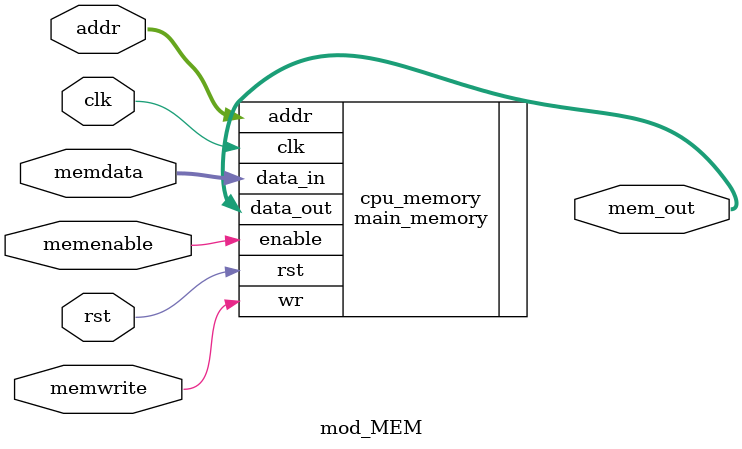
<source format=v>
module mod_MEM (
        input clk, rst, memenable, memwrite,
        input [15:0] memdata, addr,
        output [15:0] mem_out);

    main_memory cpu_memory (
        .data_out(mem_out), 
        .data_in(memdata), 
        .addr(addr), 
        .enable(memenable), 
        .wr(memwrite), 
        .clk(clk), 
        .rst(rst)
    );

endmodule
</source>
